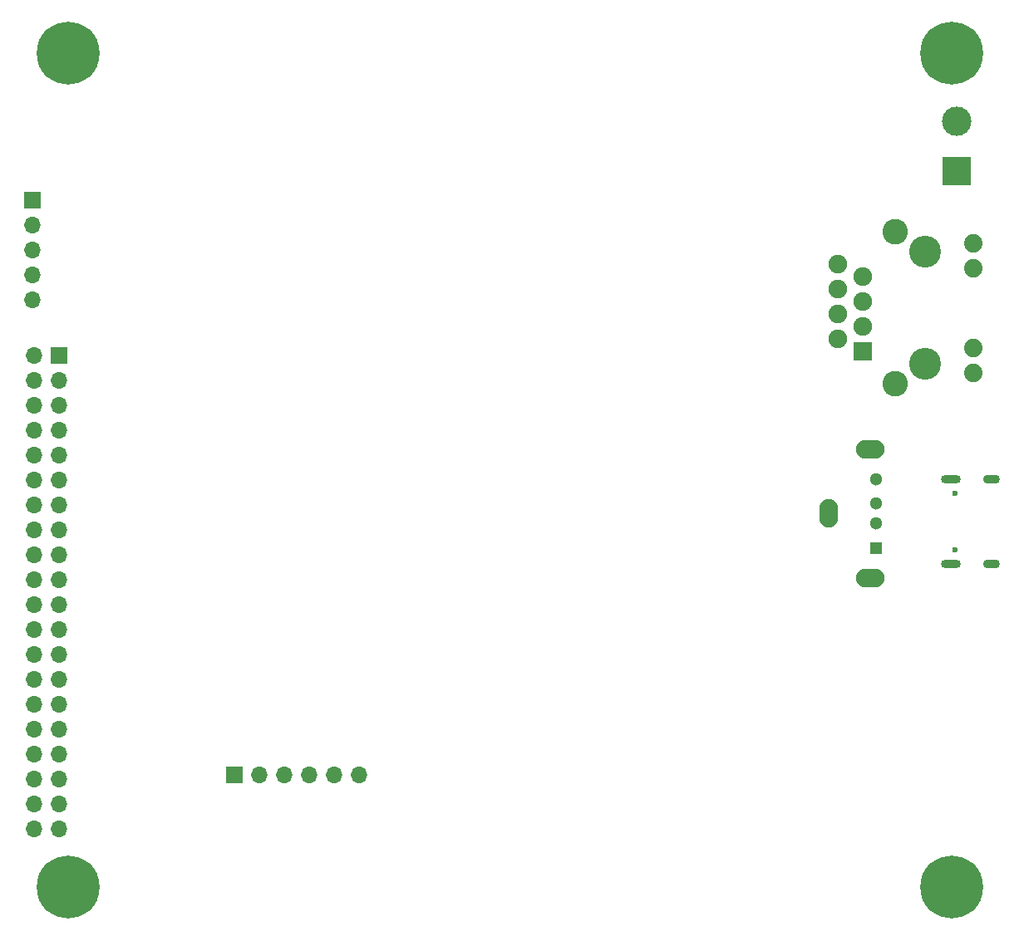
<source format=gbr>
%TF.GenerationSoftware,KiCad,Pcbnew,(5.99.0-9544-g366189b864)*%
%TF.CreationDate,2021-03-13T10:42:39+01:00*%
%TF.ProjectId,Controller,436f6e74-726f-46c6-9c65-722e6b696361,rev?*%
%TF.SameCoordinates,Original*%
%TF.FileFunction,Soldermask,Bot*%
%TF.FilePolarity,Negative*%
%FSLAX46Y46*%
G04 Gerber Fmt 4.6, Leading zero omitted, Abs format (unit mm)*
G04 Created by KiCad (PCBNEW (5.99.0-9544-g366189b864)) date 2021-03-13 10:42:39*
%MOMM*%
%LPD*%
G01*
G04 APERTURE LIST*
%ADD10R,1.700000X1.700000*%
%ADD11O,1.700000X1.700000*%
%ADD12R,1.300000X1.300000*%
%ADD13C,1.300000*%
%ADD14O,2.900000X1.900000*%
%ADD15O,1.900000X2.900000*%
%ADD16C,0.800000*%
%ADD17C,6.400000*%
%ADD18C,3.250000*%
%ADD19C,2.600000*%
%ADD20C,1.890000*%
%ADD21R,1.900000X1.900000*%
%ADD22C,1.900000*%
%ADD23C,0.600000*%
%ADD24O,1.700000X0.900000*%
%ADD25O,2.000000X0.900000*%
%ADD26R,3.000000X3.000000*%
%ADD27C,3.000000*%
G04 APERTURE END LIST*
D10*
%TO.C,J4*%
X67900000Y-49440000D03*
D11*
X67900000Y-51980000D03*
X67900000Y-54520000D03*
X67900000Y-57060000D03*
X67900000Y-59600000D03*
%TD*%
D12*
%TO.C,J5*%
X153785000Y-84900000D03*
D13*
X153785000Y-82400000D03*
X153785000Y-80400000D03*
X153785000Y-77900000D03*
D14*
X153185000Y-87970000D03*
D15*
X149005000Y-81400000D03*
D14*
X153185000Y-74830000D03*
%TD*%
D16*
%TO.C,REF\u002A\u002A*%
X69100000Y-34500000D03*
D17*
X71500000Y-34500000D03*
D16*
X73197056Y-36197056D03*
X73900000Y-34500000D03*
X69802944Y-36197056D03*
X73197056Y-32802944D03*
X69802944Y-32802944D03*
X71500000Y-32100000D03*
X71500000Y-36900000D03*
%TD*%
%TO.C,REF\u002A\u002A*%
X159100000Y-119500000D03*
D17*
X161500000Y-119500000D03*
D16*
X163197056Y-121197056D03*
X163900000Y-119500000D03*
X159802944Y-121197056D03*
X163197056Y-117802944D03*
X159802944Y-117802944D03*
X161500000Y-117100000D03*
X161500000Y-121900000D03*
%TD*%
D18*
%TO.C,J7*%
X158810011Y-54735028D03*
X158810011Y-66175028D03*
D19*
X155760011Y-68210028D03*
X155760011Y-52710028D03*
D20*
X163710011Y-53835028D03*
X163710011Y-56375028D03*
X163710011Y-64532528D03*
X163710011Y-67072528D03*
D21*
X152450011Y-64910028D03*
D22*
X149910011Y-63640028D03*
X152450011Y-62370028D03*
X149910011Y-61100028D03*
X152450011Y-59830028D03*
X149910011Y-58560028D03*
X152450011Y-57290028D03*
X149910011Y-56020028D03*
%TD*%
D23*
%TO.C,J6*%
X161875000Y-85090000D03*
X161875000Y-79310000D03*
D24*
X165565000Y-77880000D03*
D25*
X161395000Y-86520000D03*
D24*
X165565000Y-86520000D03*
D25*
X161395000Y-77880000D03*
%TD*%
D16*
%TO.C,REF\u002A\u002A*%
X159100000Y-34500000D03*
X163197056Y-32802944D03*
X161500000Y-32100000D03*
X159802944Y-32802944D03*
X159802944Y-36197056D03*
X163197056Y-36197056D03*
X163900000Y-34500000D03*
X161500000Y-36900000D03*
D17*
X161500000Y-34500000D03*
%TD*%
D10*
%TO.C,J3*%
X88475000Y-108075000D03*
D11*
X91015000Y-108075000D03*
X93555000Y-108075000D03*
X96095000Y-108075000D03*
X98635000Y-108075000D03*
X101175000Y-108075000D03*
%TD*%
D26*
%TO.C,J1*%
X162000000Y-46540000D03*
D27*
X162000000Y-41460000D03*
%TD*%
D16*
%TO.C,R*%
X69100000Y-119500000D03*
D17*
X71500000Y-119500000D03*
D16*
X73197056Y-121197056D03*
X73900000Y-119500000D03*
X69802944Y-121197056D03*
X73197056Y-117802944D03*
X69802944Y-117802944D03*
X71500000Y-117100000D03*
X71500000Y-121900000D03*
%TD*%
D10*
%TO.C,J2*%
X70600000Y-65300000D03*
D11*
X68060000Y-65300000D03*
X70600000Y-67840000D03*
X68060000Y-67840000D03*
X70600000Y-70380000D03*
X68060000Y-70380000D03*
X70600000Y-72920000D03*
X68060000Y-72920000D03*
X70600000Y-75460000D03*
X68060000Y-75460000D03*
X70600000Y-78000000D03*
X68060000Y-78000000D03*
X70600000Y-80540000D03*
X68060000Y-80540000D03*
X70600000Y-83080000D03*
X68060000Y-83080000D03*
X70600000Y-85620000D03*
X68060000Y-85620000D03*
X70600000Y-88160000D03*
X68060000Y-88160000D03*
X70600000Y-90700000D03*
X68060000Y-90700000D03*
X70600000Y-93240000D03*
X68060000Y-93240000D03*
X70600000Y-95780000D03*
X68060000Y-95780000D03*
X70600000Y-98320000D03*
X68060000Y-98320000D03*
X70600000Y-100860000D03*
X68060000Y-100860000D03*
X70600000Y-103400000D03*
X68060000Y-103400000D03*
X70600000Y-105940000D03*
X68060000Y-105940000D03*
X70600000Y-108480000D03*
X68060000Y-108480000D03*
X70600000Y-111020000D03*
X68060000Y-111020000D03*
X70600000Y-113560000D03*
X68060000Y-113560000D03*
%TD*%
M02*

</source>
